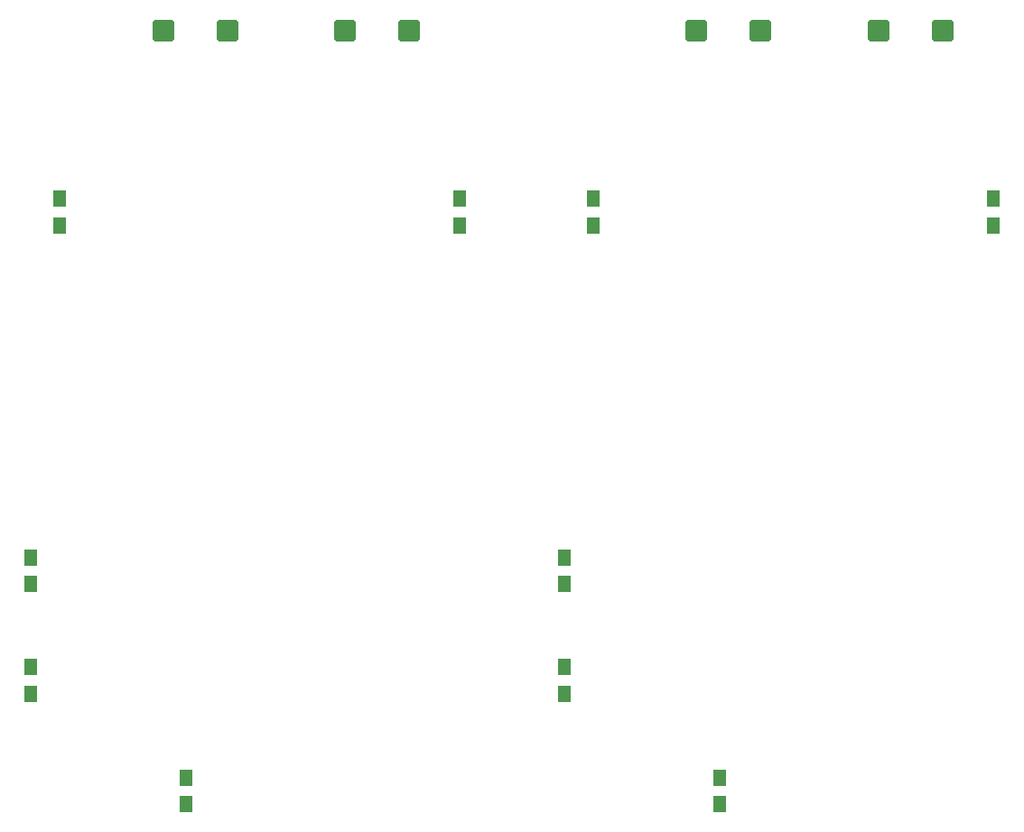
<source format=gbr>
%TF.GenerationSoftware,KiCad,Pcbnew,8.0.7*%
%TF.CreationDate,2025-01-14T20:12:34+09:00*%
%TF.ProjectId,POP_UP_Board_NEW V7.0,504f505f-5550-45f4-926f-6172645f4e45,rev?*%
%TF.SameCoordinates,Original*%
%TF.FileFunction,Paste,Top*%
%TF.FilePolarity,Positive*%
%FSLAX46Y46*%
G04 Gerber Fmt 4.6, Leading zero omitted, Abs format (unit mm)*
G04 Created by KiCad (PCBNEW 8.0.7) date 2025-01-14 20:12:34*
%MOMM*%
%LPD*%
G01*
G04 APERTURE LIST*
G04 Aperture macros list*
%AMRoundRect*
0 Rectangle with rounded corners*
0 $1 Rounding radius*
0 $2 $3 $4 $5 $6 $7 $8 $9 X,Y pos of 4 corners*
0 Add a 4 corners polygon primitive as box body*
4,1,4,$2,$3,$4,$5,$6,$7,$8,$9,$2,$3,0*
0 Add four circle primitives for the rounded corners*
1,1,$1+$1,$2,$3*
1,1,$1+$1,$4,$5*
1,1,$1+$1,$6,$7*
1,1,$1+$1,$8,$9*
0 Add four rect primitives between the rounded corners*
20,1,$1+$1,$2,$3,$4,$5,0*
20,1,$1+$1,$4,$5,$6,$7,0*
20,1,$1+$1,$6,$7,$8,$9,0*
20,1,$1+$1,$8,$9,$2,$3,0*%
G04 Aperture macros list end*
%ADD10RoundRect,0.250000X0.750000X0.750000X-0.750000X0.750000X-0.750000X-0.750000X0.750000X-0.750000X0*%
%ADD11R,1.250000X1.500000*%
G04 APERTURE END LIST*
D10*
%TO.C,SW4*%
X164071250Y-56061250D03*
X158071250Y-56061250D03*
%TD*%
D11*
%TO.C,D20*%
X131306250Y-74341250D03*
X131306250Y-71841250D03*
%TD*%
%TO.C,D1*%
X128626250Y-107981250D03*
X128626250Y-105481250D03*
%TD*%
%TO.C,D2*%
X143181250Y-128651250D03*
X143181250Y-126151250D03*
%TD*%
%TO.C,D22*%
X168846250Y-74336250D03*
X168846250Y-71836250D03*
%TD*%
%TO.C,D17*%
X128626250Y-118301250D03*
X128626250Y-115801250D03*
%TD*%
D10*
%TO.C,SW3*%
X147011250Y-56061250D03*
X141011250Y-56061250D03*
%TD*%
%TO.C,SW3*%
X97011250Y-56061250D03*
X91011250Y-56061250D03*
%TD*%
D11*
%TO.C,D22*%
X118846250Y-74336250D03*
X118846250Y-71836250D03*
%TD*%
%TO.C,D1*%
X78626250Y-107981250D03*
X78626250Y-105481250D03*
%TD*%
%TO.C,D20*%
X81306250Y-74341250D03*
X81306250Y-71841250D03*
%TD*%
D10*
%TO.C,SW4*%
X114071250Y-56061250D03*
X108071250Y-56061250D03*
%TD*%
D11*
%TO.C,D2*%
X93181250Y-128651250D03*
X93181250Y-126151250D03*
%TD*%
%TO.C,D17*%
X78626250Y-118301250D03*
X78626250Y-115801250D03*
%TD*%
M02*

</source>
